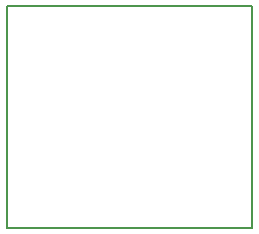
<source format=gbr>
G04 #@! TF.FileFunction,Profile,NP*
%FSLAX46Y46*%
G04 Gerber Fmt 4.6, Leading zero omitted, Abs format (unit mm)*
G04 Created by KiCad (PCBNEW 4.0.7-e2-6376~58~ubuntu16.04.1) date Tue Jul 31 21:03:08 2018*
%MOMM*%
%LPD*%
G01*
G04 APERTURE LIST*
%ADD10C,0.100000*%
%ADD11C,0.150000*%
G04 APERTURE END LIST*
D10*
D11*
X132550000Y-88900000D02*
X132730000Y-88900000D01*
X132550000Y-107660000D02*
X132550000Y-88900000D01*
X153260000Y-107660000D02*
X132550000Y-107660000D01*
X153260000Y-88900000D02*
X153260000Y-107660000D01*
X132730000Y-88900000D02*
X153260000Y-88900000D01*
M02*

</source>
